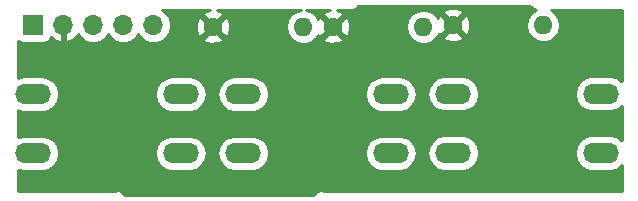
<source format=gbr>
G04 #@! TF.GenerationSoftware,KiCad,Pcbnew,(5.0.1)-4*
G04 #@! TF.CreationDate,2019-01-16T21:10:53-08:00*
G04 #@! TF.ProjectId,SysButtons,537973427574746F6E732E6B69636164,rev?*
G04 #@! TF.SameCoordinates,Original*
G04 #@! TF.FileFunction,Copper,L1,Top,Signal*
G04 #@! TF.FilePolarity,Positive*
%FSLAX46Y46*%
G04 Gerber Fmt 4.6, Leading zero omitted, Abs format (unit mm)*
G04 Created by KiCad (PCBNEW (5.0.1)-4) date 1/16/2019 9:10:53 PM*
%MOMM*%
%LPD*%
G01*
G04 APERTURE LIST*
G04 #@! TA.AperFunction,ComponentPad*
%ADD10R,1.700000X1.700000*%
G04 #@! TD*
G04 #@! TA.AperFunction,ComponentPad*
%ADD11O,1.700000X1.700000*%
G04 #@! TD*
G04 #@! TA.AperFunction,ComponentPad*
%ADD12C,1.600000*%
G04 #@! TD*
G04 #@! TA.AperFunction,ComponentPad*
%ADD13O,1.600000X1.600000*%
G04 #@! TD*
G04 #@! TA.AperFunction,ComponentPad*
%ADD14O,3.048000X1.727200*%
G04 #@! TD*
G04 #@! TA.AperFunction,Conductor*
%ADD15C,0.254000*%
G04 #@! TD*
G04 APERTURE END LIST*
D10*
G04 #@! TO.P,J1,1*
G04 #@! TO.N,+5V*
X105410000Y-99568000D03*
D11*
G04 #@! TO.P,J1,2*
G04 #@! TO.N,GND*
X107950000Y-99568000D03*
G04 #@! TO.P,J1,3*
G04 #@! TO.N,Net-(J1-Pad3)*
X110490000Y-99568000D03*
G04 #@! TO.P,J1,4*
G04 #@! TO.N,Net-(J1-Pad4)*
X113030000Y-99568000D03*
G04 #@! TO.P,J1,5*
G04 #@! TO.N,Net-(J1-Pad5)*
X115570000Y-99568000D03*
G04 #@! TD*
D12*
G04 #@! TO.P,R1,1*
G04 #@! TO.N,GND*
X120650000Y-99695000D03*
D13*
G04 #@! TO.P,R1,2*
G04 #@! TO.N,Net-(J1-Pad3)*
X128270000Y-99695000D03*
G04 #@! TD*
G04 #@! TO.P,R2,2*
G04 #@! TO.N,Net-(J1-Pad4)*
X138430000Y-99695000D03*
D12*
G04 #@! TO.P,R2,1*
G04 #@! TO.N,GND*
X130810000Y-99695000D03*
G04 #@! TD*
G04 #@! TO.P,R3,1*
G04 #@! TO.N,GND*
X140970000Y-99568000D03*
D13*
G04 #@! TO.P,R3,2*
G04 #@! TO.N,Net-(J1-Pad5)*
X148590000Y-99568000D03*
G04 #@! TD*
D14*
G04 #@! TO.P,SW1,1*
G04 #@! TO.N,+5V*
X117910000Y-105410000D03*
G04 #@! TO.P,SW1,2*
G04 #@! TO.N,Net-(J1-Pad3)*
X117910000Y-110410000D03*
G04 #@! TO.P,SW1,1*
G04 #@! TO.N,+5V*
X105410000Y-105410000D03*
G04 #@! TO.P,SW1,2*
G04 #@! TO.N,Net-(J1-Pad3)*
X105410000Y-110410000D03*
G04 #@! TD*
G04 #@! TO.P,SW2,2*
G04 #@! TO.N,Net-(J1-Pad4)*
X123190000Y-110410000D03*
G04 #@! TO.P,SW2,1*
G04 #@! TO.N,+5V*
X123190000Y-105410000D03*
G04 #@! TO.P,SW2,2*
G04 #@! TO.N,Net-(J1-Pad4)*
X135690000Y-110410000D03*
G04 #@! TO.P,SW2,1*
G04 #@! TO.N,+5V*
X135690000Y-105410000D03*
G04 #@! TD*
G04 #@! TO.P,SW3,1*
G04 #@! TO.N,+5V*
X153470000Y-105375001D03*
G04 #@! TO.P,SW3,2*
G04 #@! TO.N,Net-(J1-Pad5)*
X153470000Y-110375001D03*
G04 #@! TO.P,SW3,1*
G04 #@! TO.N,+5V*
X140970000Y-105375001D03*
G04 #@! TO.P,SW3,2*
G04 #@! TO.N,Net-(J1-Pad5)*
X140970000Y-110375001D03*
G04 #@! TD*
D15*
G04 #@! TO.N,GND*
G36*
X147511091Y-98004538D02*
X147552095Y-98065905D01*
X147795217Y-98228354D01*
X147962262Y-98261582D01*
X147555423Y-98533423D01*
X147238260Y-99008091D01*
X147126887Y-99568000D01*
X147238260Y-100127909D01*
X147555423Y-100602577D01*
X148030091Y-100919740D01*
X148448667Y-101003000D01*
X148731333Y-101003000D01*
X149149909Y-100919740D01*
X149624577Y-100602577D01*
X149941740Y-100127909D01*
X150053113Y-99568000D01*
X149941740Y-99008091D01*
X149624577Y-98533423D01*
X149231833Y-98271000D01*
X155221001Y-98271000D01*
X155221001Y-104309792D01*
X155210830Y-104294571D01*
X154715125Y-103963351D01*
X154277998Y-103876401D01*
X152662002Y-103876401D01*
X152224875Y-103963351D01*
X151729170Y-104294571D01*
X151397950Y-104790276D01*
X151281641Y-105375001D01*
X151397950Y-105959726D01*
X151729170Y-106455431D01*
X152224875Y-106786651D01*
X152662002Y-106873601D01*
X154277998Y-106873601D01*
X154715125Y-106786651D01*
X155210830Y-106455431D01*
X155221000Y-106440210D01*
X155221000Y-109309792D01*
X155210830Y-109294571D01*
X154715125Y-108963351D01*
X154277998Y-108876401D01*
X152662002Y-108876401D01*
X152224875Y-108963351D01*
X151729170Y-109294571D01*
X151397950Y-109790276D01*
X151281641Y-110375001D01*
X151397950Y-110959726D01*
X151729170Y-111455431D01*
X152224875Y-111786651D01*
X152662002Y-111873601D01*
X154277998Y-111873601D01*
X154715125Y-111786651D01*
X155210830Y-111455431D01*
X155221000Y-111440210D01*
X155221000Y-113590000D01*
X130010142Y-113590000D01*
X129764047Y-113551201D01*
X129479774Y-113619662D01*
X129303018Y-113748274D01*
X129145425Y-113919000D01*
X113162430Y-113919000D01*
X113036330Y-113769973D01*
X112865288Y-113633854D01*
X112584234Y-113553190D01*
X112293706Y-113586222D01*
X112286886Y-113590000D01*
X104113000Y-113590000D01*
X104113000Y-111786988D01*
X104164875Y-111821650D01*
X104602002Y-111908600D01*
X106217998Y-111908600D01*
X106655125Y-111821650D01*
X107150830Y-111490430D01*
X107482050Y-110994725D01*
X107598359Y-110410000D01*
X115721641Y-110410000D01*
X115837950Y-110994725D01*
X116169170Y-111490430D01*
X116664875Y-111821650D01*
X117102002Y-111908600D01*
X118717998Y-111908600D01*
X119155125Y-111821650D01*
X119650830Y-111490430D01*
X119982050Y-110994725D01*
X120098359Y-110410000D01*
X121001641Y-110410000D01*
X121117950Y-110994725D01*
X121449170Y-111490430D01*
X121944875Y-111821650D01*
X122382002Y-111908600D01*
X123997998Y-111908600D01*
X124435125Y-111821650D01*
X124930830Y-111490430D01*
X125262050Y-110994725D01*
X125378359Y-110410000D01*
X133501641Y-110410000D01*
X133617950Y-110994725D01*
X133949170Y-111490430D01*
X134444875Y-111821650D01*
X134882002Y-111908600D01*
X136497998Y-111908600D01*
X136935125Y-111821650D01*
X137430830Y-111490430D01*
X137762050Y-110994725D01*
X137878359Y-110410000D01*
X137871398Y-110375001D01*
X138781641Y-110375001D01*
X138897950Y-110959726D01*
X139229170Y-111455431D01*
X139724875Y-111786651D01*
X140162002Y-111873601D01*
X141777998Y-111873601D01*
X142215125Y-111786651D01*
X142710830Y-111455431D01*
X143042050Y-110959726D01*
X143158359Y-110375001D01*
X143042050Y-109790276D01*
X142710830Y-109294571D01*
X142215125Y-108963351D01*
X141777998Y-108876401D01*
X140162002Y-108876401D01*
X139724875Y-108963351D01*
X139229170Y-109294571D01*
X138897950Y-109790276D01*
X138781641Y-110375001D01*
X137871398Y-110375001D01*
X137762050Y-109825275D01*
X137430830Y-109329570D01*
X136935125Y-108998350D01*
X136497998Y-108911400D01*
X134882002Y-108911400D01*
X134444875Y-108998350D01*
X133949170Y-109329570D01*
X133617950Y-109825275D01*
X133501641Y-110410000D01*
X125378359Y-110410000D01*
X125262050Y-109825275D01*
X124930830Y-109329570D01*
X124435125Y-108998350D01*
X123997998Y-108911400D01*
X122382002Y-108911400D01*
X121944875Y-108998350D01*
X121449170Y-109329570D01*
X121117950Y-109825275D01*
X121001641Y-110410000D01*
X120098359Y-110410000D01*
X119982050Y-109825275D01*
X119650830Y-109329570D01*
X119155125Y-108998350D01*
X118717998Y-108911400D01*
X117102002Y-108911400D01*
X116664875Y-108998350D01*
X116169170Y-109329570D01*
X115837950Y-109825275D01*
X115721641Y-110410000D01*
X107598359Y-110410000D01*
X107482050Y-109825275D01*
X107150830Y-109329570D01*
X106655125Y-108998350D01*
X106217998Y-108911400D01*
X104602002Y-108911400D01*
X104164875Y-108998350D01*
X104113000Y-109033012D01*
X104113000Y-106786988D01*
X104164875Y-106821650D01*
X104602002Y-106908600D01*
X106217998Y-106908600D01*
X106655125Y-106821650D01*
X107150830Y-106490430D01*
X107482050Y-105994725D01*
X107598359Y-105410000D01*
X115721641Y-105410000D01*
X115837950Y-105994725D01*
X116169170Y-106490430D01*
X116664875Y-106821650D01*
X117102002Y-106908600D01*
X118717998Y-106908600D01*
X119155125Y-106821650D01*
X119650830Y-106490430D01*
X119982050Y-105994725D01*
X120098359Y-105410000D01*
X121001641Y-105410000D01*
X121117950Y-105994725D01*
X121449170Y-106490430D01*
X121944875Y-106821650D01*
X122382002Y-106908600D01*
X123997998Y-106908600D01*
X124435125Y-106821650D01*
X124930830Y-106490430D01*
X125262050Y-105994725D01*
X125378359Y-105410000D01*
X133501641Y-105410000D01*
X133617950Y-105994725D01*
X133949170Y-106490430D01*
X134444875Y-106821650D01*
X134882002Y-106908600D01*
X136497998Y-106908600D01*
X136935125Y-106821650D01*
X137430830Y-106490430D01*
X137762050Y-105994725D01*
X137878359Y-105410000D01*
X137871398Y-105375001D01*
X138781641Y-105375001D01*
X138897950Y-105959726D01*
X139229170Y-106455431D01*
X139724875Y-106786651D01*
X140162002Y-106873601D01*
X141777998Y-106873601D01*
X142215125Y-106786651D01*
X142710830Y-106455431D01*
X143042050Y-105959726D01*
X143158359Y-105375001D01*
X143042050Y-104790276D01*
X142710830Y-104294571D01*
X142215125Y-103963351D01*
X141777998Y-103876401D01*
X140162002Y-103876401D01*
X139724875Y-103963351D01*
X139229170Y-104294571D01*
X138897950Y-104790276D01*
X138781641Y-105375001D01*
X137871398Y-105375001D01*
X137762050Y-104825275D01*
X137430830Y-104329570D01*
X136935125Y-103998350D01*
X136497998Y-103911400D01*
X134882002Y-103911400D01*
X134444875Y-103998350D01*
X133949170Y-104329570D01*
X133617950Y-104825275D01*
X133501641Y-105410000D01*
X125378359Y-105410000D01*
X125262050Y-104825275D01*
X124930830Y-104329570D01*
X124435125Y-103998350D01*
X123997998Y-103911400D01*
X122382002Y-103911400D01*
X121944875Y-103998350D01*
X121449170Y-104329570D01*
X121117950Y-104825275D01*
X121001641Y-105410000D01*
X120098359Y-105410000D01*
X119982050Y-104825275D01*
X119650830Y-104329570D01*
X119155125Y-103998350D01*
X118717998Y-103911400D01*
X117102002Y-103911400D01*
X116664875Y-103998350D01*
X116169170Y-104329570D01*
X115837950Y-104825275D01*
X115721641Y-105410000D01*
X107598359Y-105410000D01*
X107482050Y-104825275D01*
X107150830Y-104329570D01*
X106655125Y-103998350D01*
X106217998Y-103911400D01*
X104602002Y-103911400D01*
X104164875Y-103998350D01*
X104113000Y-104033012D01*
X104113000Y-100883031D01*
X104312235Y-101016157D01*
X104560000Y-101065440D01*
X106260000Y-101065440D01*
X106507765Y-101016157D01*
X106717809Y-100875809D01*
X106858157Y-100665765D01*
X106878739Y-100562292D01*
X107183076Y-100839645D01*
X107593110Y-101009476D01*
X107823000Y-100888155D01*
X107823000Y-99695000D01*
X107803000Y-99695000D01*
X107803000Y-99441000D01*
X107823000Y-99441000D01*
X107823000Y-99421000D01*
X108077000Y-99421000D01*
X108077000Y-99441000D01*
X108097000Y-99441000D01*
X108097000Y-99695000D01*
X108077000Y-99695000D01*
X108077000Y-100888155D01*
X108306890Y-101009476D01*
X108716924Y-100839645D01*
X109145183Y-100449358D01*
X109206157Y-100319522D01*
X109419375Y-100638625D01*
X109910582Y-100966839D01*
X110343744Y-101053000D01*
X110636256Y-101053000D01*
X111069418Y-100966839D01*
X111560625Y-100638625D01*
X111760000Y-100340239D01*
X111959375Y-100638625D01*
X112450582Y-100966839D01*
X112883744Y-101053000D01*
X113176256Y-101053000D01*
X113609418Y-100966839D01*
X114100625Y-100638625D01*
X114300000Y-100340239D01*
X114499375Y-100638625D01*
X114990582Y-100966839D01*
X115423744Y-101053000D01*
X115716256Y-101053000D01*
X116149418Y-100966839D01*
X116544662Y-100702745D01*
X119821861Y-100702745D01*
X119895995Y-100948864D01*
X120433223Y-101141965D01*
X121003454Y-101114778D01*
X121404005Y-100948864D01*
X121478139Y-100702745D01*
X120650000Y-99874605D01*
X119821861Y-100702745D01*
X116544662Y-100702745D01*
X116640625Y-100638625D01*
X116968839Y-100147418D01*
X117084092Y-99568000D01*
X117066235Y-99478223D01*
X119203035Y-99478223D01*
X119230222Y-100048454D01*
X119396136Y-100449005D01*
X119642255Y-100523139D01*
X120470395Y-99695000D01*
X120829605Y-99695000D01*
X121657745Y-100523139D01*
X121903864Y-100449005D01*
X122096965Y-99911777D01*
X122069778Y-99341546D01*
X121903864Y-98940995D01*
X121657745Y-98866861D01*
X120829605Y-99695000D01*
X120470395Y-99695000D01*
X119642255Y-98866861D01*
X119396136Y-98940995D01*
X119203035Y-99478223D01*
X117066235Y-99478223D01*
X116968839Y-98988582D01*
X116640625Y-98497375D01*
X116301831Y-98271000D01*
X120385100Y-98271000D01*
X120296546Y-98275222D01*
X119895995Y-98441136D01*
X119821861Y-98687255D01*
X120650000Y-99515395D01*
X121478139Y-98687255D01*
X121404005Y-98441136D01*
X120930668Y-98271000D01*
X128073366Y-98271000D01*
X127710091Y-98343260D01*
X127235423Y-98660423D01*
X126918260Y-99135091D01*
X126806887Y-99695000D01*
X126918260Y-100254909D01*
X127235423Y-100729577D01*
X127710091Y-101046740D01*
X128128667Y-101130000D01*
X128411333Y-101130000D01*
X128829909Y-101046740D01*
X129304577Y-100729577D01*
X129322505Y-100702745D01*
X129981861Y-100702745D01*
X130055995Y-100948864D01*
X130593223Y-101141965D01*
X131163454Y-101114778D01*
X131564005Y-100948864D01*
X131638139Y-100702745D01*
X130810000Y-99874605D01*
X129981861Y-100702745D01*
X129322505Y-100702745D01*
X129531611Y-100389797D01*
X129556136Y-100449005D01*
X129802255Y-100523139D01*
X130630395Y-99695000D01*
X130989605Y-99695000D01*
X131817745Y-100523139D01*
X132063864Y-100449005D01*
X132256965Y-99911777D01*
X132246630Y-99695000D01*
X136966887Y-99695000D01*
X137078260Y-100254909D01*
X137395423Y-100729577D01*
X137870091Y-101046740D01*
X138288667Y-101130000D01*
X138571333Y-101130000D01*
X138989909Y-101046740D01*
X139464577Y-100729577D01*
X139567364Y-100575745D01*
X140141861Y-100575745D01*
X140215995Y-100821864D01*
X140753223Y-101014965D01*
X141323454Y-100987778D01*
X141724005Y-100821864D01*
X141798139Y-100575745D01*
X140970000Y-99747605D01*
X140141861Y-100575745D01*
X139567364Y-100575745D01*
X139733428Y-100327213D01*
X139962255Y-100396139D01*
X140790395Y-99568000D01*
X141149605Y-99568000D01*
X141977745Y-100396139D01*
X142223864Y-100322005D01*
X142416965Y-99784777D01*
X142389778Y-99214546D01*
X142223864Y-98813995D01*
X141977745Y-98739861D01*
X141149605Y-99568000D01*
X140790395Y-99568000D01*
X139962255Y-98739861D01*
X139716136Y-98813995D01*
X139664038Y-98958937D01*
X139464577Y-98660423D01*
X139314665Y-98560255D01*
X140141861Y-98560255D01*
X140970000Y-99388395D01*
X141798139Y-98560255D01*
X141724005Y-98314136D01*
X141186777Y-98121035D01*
X140616546Y-98148222D01*
X140215995Y-98314136D01*
X140141861Y-98560255D01*
X139314665Y-98560255D01*
X138989909Y-98343260D01*
X138571333Y-98260000D01*
X138288667Y-98260000D01*
X137870091Y-98343260D01*
X137395423Y-98660423D01*
X137078260Y-99135091D01*
X136966887Y-99695000D01*
X132246630Y-99695000D01*
X132229778Y-99341546D01*
X132063864Y-98940995D01*
X131817745Y-98866861D01*
X130989605Y-99695000D01*
X130630395Y-99695000D01*
X129802255Y-98866861D01*
X129556136Y-98940995D01*
X129533720Y-99003359D01*
X129304577Y-98660423D01*
X128829909Y-98343260D01*
X128466634Y-98271000D01*
X130545100Y-98271000D01*
X130456546Y-98275222D01*
X130055995Y-98441136D01*
X129981861Y-98687255D01*
X130810000Y-99515395D01*
X131638139Y-98687255D01*
X131564005Y-98441136D01*
X131090668Y-98271000D01*
X132313995Y-98271000D01*
X132439980Y-98277867D01*
X132528619Y-98246687D01*
X132620783Y-98228354D01*
X132665306Y-98198605D01*
X132715813Y-98180838D01*
X132785771Y-98118113D01*
X132863905Y-98065905D01*
X132934007Y-97960990D01*
X132967000Y-97917000D01*
X147423553Y-97917000D01*
X147511091Y-98004538D01*
X147511091Y-98004538D01*
G37*
X147511091Y-98004538D02*
X147552095Y-98065905D01*
X147795217Y-98228354D01*
X147962262Y-98261582D01*
X147555423Y-98533423D01*
X147238260Y-99008091D01*
X147126887Y-99568000D01*
X147238260Y-100127909D01*
X147555423Y-100602577D01*
X148030091Y-100919740D01*
X148448667Y-101003000D01*
X148731333Y-101003000D01*
X149149909Y-100919740D01*
X149624577Y-100602577D01*
X149941740Y-100127909D01*
X150053113Y-99568000D01*
X149941740Y-99008091D01*
X149624577Y-98533423D01*
X149231833Y-98271000D01*
X155221001Y-98271000D01*
X155221001Y-104309792D01*
X155210830Y-104294571D01*
X154715125Y-103963351D01*
X154277998Y-103876401D01*
X152662002Y-103876401D01*
X152224875Y-103963351D01*
X151729170Y-104294571D01*
X151397950Y-104790276D01*
X151281641Y-105375001D01*
X151397950Y-105959726D01*
X151729170Y-106455431D01*
X152224875Y-106786651D01*
X152662002Y-106873601D01*
X154277998Y-106873601D01*
X154715125Y-106786651D01*
X155210830Y-106455431D01*
X155221000Y-106440210D01*
X155221000Y-109309792D01*
X155210830Y-109294571D01*
X154715125Y-108963351D01*
X154277998Y-108876401D01*
X152662002Y-108876401D01*
X152224875Y-108963351D01*
X151729170Y-109294571D01*
X151397950Y-109790276D01*
X151281641Y-110375001D01*
X151397950Y-110959726D01*
X151729170Y-111455431D01*
X152224875Y-111786651D01*
X152662002Y-111873601D01*
X154277998Y-111873601D01*
X154715125Y-111786651D01*
X155210830Y-111455431D01*
X155221000Y-111440210D01*
X155221000Y-113590000D01*
X130010142Y-113590000D01*
X129764047Y-113551201D01*
X129479774Y-113619662D01*
X129303018Y-113748274D01*
X129145425Y-113919000D01*
X113162430Y-113919000D01*
X113036330Y-113769973D01*
X112865288Y-113633854D01*
X112584234Y-113553190D01*
X112293706Y-113586222D01*
X112286886Y-113590000D01*
X104113000Y-113590000D01*
X104113000Y-111786988D01*
X104164875Y-111821650D01*
X104602002Y-111908600D01*
X106217998Y-111908600D01*
X106655125Y-111821650D01*
X107150830Y-111490430D01*
X107482050Y-110994725D01*
X107598359Y-110410000D01*
X115721641Y-110410000D01*
X115837950Y-110994725D01*
X116169170Y-111490430D01*
X116664875Y-111821650D01*
X117102002Y-111908600D01*
X118717998Y-111908600D01*
X119155125Y-111821650D01*
X119650830Y-111490430D01*
X119982050Y-110994725D01*
X120098359Y-110410000D01*
X121001641Y-110410000D01*
X121117950Y-110994725D01*
X121449170Y-111490430D01*
X121944875Y-111821650D01*
X122382002Y-111908600D01*
X123997998Y-111908600D01*
X124435125Y-111821650D01*
X124930830Y-111490430D01*
X125262050Y-110994725D01*
X125378359Y-110410000D01*
X133501641Y-110410000D01*
X133617950Y-110994725D01*
X133949170Y-111490430D01*
X134444875Y-111821650D01*
X134882002Y-111908600D01*
X136497998Y-111908600D01*
X136935125Y-111821650D01*
X137430830Y-111490430D01*
X137762050Y-110994725D01*
X137878359Y-110410000D01*
X137871398Y-110375001D01*
X138781641Y-110375001D01*
X138897950Y-110959726D01*
X139229170Y-111455431D01*
X139724875Y-111786651D01*
X140162002Y-111873601D01*
X141777998Y-111873601D01*
X142215125Y-111786651D01*
X142710830Y-111455431D01*
X143042050Y-110959726D01*
X143158359Y-110375001D01*
X143042050Y-109790276D01*
X142710830Y-109294571D01*
X142215125Y-108963351D01*
X141777998Y-108876401D01*
X140162002Y-108876401D01*
X139724875Y-108963351D01*
X139229170Y-109294571D01*
X138897950Y-109790276D01*
X138781641Y-110375001D01*
X137871398Y-110375001D01*
X137762050Y-109825275D01*
X137430830Y-109329570D01*
X136935125Y-108998350D01*
X136497998Y-108911400D01*
X134882002Y-108911400D01*
X134444875Y-108998350D01*
X133949170Y-109329570D01*
X133617950Y-109825275D01*
X133501641Y-110410000D01*
X125378359Y-110410000D01*
X125262050Y-109825275D01*
X124930830Y-109329570D01*
X124435125Y-108998350D01*
X123997998Y-108911400D01*
X122382002Y-108911400D01*
X121944875Y-108998350D01*
X121449170Y-109329570D01*
X121117950Y-109825275D01*
X121001641Y-110410000D01*
X120098359Y-110410000D01*
X119982050Y-109825275D01*
X119650830Y-109329570D01*
X119155125Y-108998350D01*
X118717998Y-108911400D01*
X117102002Y-108911400D01*
X116664875Y-108998350D01*
X116169170Y-109329570D01*
X115837950Y-109825275D01*
X115721641Y-110410000D01*
X107598359Y-110410000D01*
X107482050Y-109825275D01*
X107150830Y-109329570D01*
X106655125Y-108998350D01*
X106217998Y-108911400D01*
X104602002Y-108911400D01*
X104164875Y-108998350D01*
X104113000Y-109033012D01*
X104113000Y-106786988D01*
X104164875Y-106821650D01*
X104602002Y-106908600D01*
X106217998Y-106908600D01*
X106655125Y-106821650D01*
X107150830Y-106490430D01*
X107482050Y-105994725D01*
X107598359Y-105410000D01*
X115721641Y-105410000D01*
X115837950Y-105994725D01*
X116169170Y-106490430D01*
X116664875Y-106821650D01*
X117102002Y-106908600D01*
X118717998Y-106908600D01*
X119155125Y-106821650D01*
X119650830Y-106490430D01*
X119982050Y-105994725D01*
X120098359Y-105410000D01*
X121001641Y-105410000D01*
X121117950Y-105994725D01*
X121449170Y-106490430D01*
X121944875Y-106821650D01*
X122382002Y-106908600D01*
X123997998Y-106908600D01*
X124435125Y-106821650D01*
X124930830Y-106490430D01*
X125262050Y-105994725D01*
X125378359Y-105410000D01*
X133501641Y-105410000D01*
X133617950Y-105994725D01*
X133949170Y-106490430D01*
X134444875Y-106821650D01*
X134882002Y-106908600D01*
X136497998Y-106908600D01*
X136935125Y-106821650D01*
X137430830Y-106490430D01*
X137762050Y-105994725D01*
X137878359Y-105410000D01*
X137871398Y-105375001D01*
X138781641Y-105375001D01*
X138897950Y-105959726D01*
X139229170Y-106455431D01*
X139724875Y-106786651D01*
X140162002Y-106873601D01*
X141777998Y-106873601D01*
X142215125Y-106786651D01*
X142710830Y-106455431D01*
X143042050Y-105959726D01*
X143158359Y-105375001D01*
X143042050Y-104790276D01*
X142710830Y-104294571D01*
X142215125Y-103963351D01*
X141777998Y-103876401D01*
X140162002Y-103876401D01*
X139724875Y-103963351D01*
X139229170Y-104294571D01*
X138897950Y-104790276D01*
X138781641Y-105375001D01*
X137871398Y-105375001D01*
X137762050Y-104825275D01*
X137430830Y-104329570D01*
X136935125Y-103998350D01*
X136497998Y-103911400D01*
X134882002Y-103911400D01*
X134444875Y-103998350D01*
X133949170Y-104329570D01*
X133617950Y-104825275D01*
X133501641Y-105410000D01*
X125378359Y-105410000D01*
X125262050Y-104825275D01*
X124930830Y-104329570D01*
X124435125Y-103998350D01*
X123997998Y-103911400D01*
X122382002Y-103911400D01*
X121944875Y-103998350D01*
X121449170Y-104329570D01*
X121117950Y-104825275D01*
X121001641Y-105410000D01*
X120098359Y-105410000D01*
X119982050Y-104825275D01*
X119650830Y-104329570D01*
X119155125Y-103998350D01*
X118717998Y-103911400D01*
X117102002Y-103911400D01*
X116664875Y-103998350D01*
X116169170Y-104329570D01*
X115837950Y-104825275D01*
X115721641Y-105410000D01*
X107598359Y-105410000D01*
X107482050Y-104825275D01*
X107150830Y-104329570D01*
X106655125Y-103998350D01*
X106217998Y-103911400D01*
X104602002Y-103911400D01*
X104164875Y-103998350D01*
X104113000Y-104033012D01*
X104113000Y-100883031D01*
X104312235Y-101016157D01*
X104560000Y-101065440D01*
X106260000Y-101065440D01*
X106507765Y-101016157D01*
X106717809Y-100875809D01*
X106858157Y-100665765D01*
X106878739Y-100562292D01*
X107183076Y-100839645D01*
X107593110Y-101009476D01*
X107823000Y-100888155D01*
X107823000Y-99695000D01*
X107803000Y-99695000D01*
X107803000Y-99441000D01*
X107823000Y-99441000D01*
X107823000Y-99421000D01*
X108077000Y-99421000D01*
X108077000Y-99441000D01*
X108097000Y-99441000D01*
X108097000Y-99695000D01*
X108077000Y-99695000D01*
X108077000Y-100888155D01*
X108306890Y-101009476D01*
X108716924Y-100839645D01*
X109145183Y-100449358D01*
X109206157Y-100319522D01*
X109419375Y-100638625D01*
X109910582Y-100966839D01*
X110343744Y-101053000D01*
X110636256Y-101053000D01*
X111069418Y-100966839D01*
X111560625Y-100638625D01*
X111760000Y-100340239D01*
X111959375Y-100638625D01*
X112450582Y-100966839D01*
X112883744Y-101053000D01*
X113176256Y-101053000D01*
X113609418Y-100966839D01*
X114100625Y-100638625D01*
X114300000Y-100340239D01*
X114499375Y-100638625D01*
X114990582Y-100966839D01*
X115423744Y-101053000D01*
X115716256Y-101053000D01*
X116149418Y-100966839D01*
X116544662Y-100702745D01*
X119821861Y-100702745D01*
X119895995Y-100948864D01*
X120433223Y-101141965D01*
X121003454Y-101114778D01*
X121404005Y-100948864D01*
X121478139Y-100702745D01*
X120650000Y-99874605D01*
X119821861Y-100702745D01*
X116544662Y-100702745D01*
X116640625Y-100638625D01*
X116968839Y-100147418D01*
X117084092Y-99568000D01*
X117066235Y-99478223D01*
X119203035Y-99478223D01*
X119230222Y-100048454D01*
X119396136Y-100449005D01*
X119642255Y-100523139D01*
X120470395Y-99695000D01*
X120829605Y-99695000D01*
X121657745Y-100523139D01*
X121903864Y-100449005D01*
X122096965Y-99911777D01*
X122069778Y-99341546D01*
X121903864Y-98940995D01*
X121657745Y-98866861D01*
X120829605Y-99695000D01*
X120470395Y-99695000D01*
X119642255Y-98866861D01*
X119396136Y-98940995D01*
X119203035Y-99478223D01*
X117066235Y-99478223D01*
X116968839Y-98988582D01*
X116640625Y-98497375D01*
X116301831Y-98271000D01*
X120385100Y-98271000D01*
X120296546Y-98275222D01*
X119895995Y-98441136D01*
X119821861Y-98687255D01*
X120650000Y-99515395D01*
X121478139Y-98687255D01*
X121404005Y-98441136D01*
X120930668Y-98271000D01*
X128073366Y-98271000D01*
X127710091Y-98343260D01*
X127235423Y-98660423D01*
X126918260Y-99135091D01*
X126806887Y-99695000D01*
X126918260Y-100254909D01*
X127235423Y-100729577D01*
X127710091Y-101046740D01*
X128128667Y-101130000D01*
X128411333Y-101130000D01*
X128829909Y-101046740D01*
X129304577Y-100729577D01*
X129322505Y-100702745D01*
X129981861Y-100702745D01*
X130055995Y-100948864D01*
X130593223Y-101141965D01*
X131163454Y-101114778D01*
X131564005Y-100948864D01*
X131638139Y-100702745D01*
X130810000Y-99874605D01*
X129981861Y-100702745D01*
X129322505Y-100702745D01*
X129531611Y-100389797D01*
X129556136Y-100449005D01*
X129802255Y-100523139D01*
X130630395Y-99695000D01*
X130989605Y-99695000D01*
X131817745Y-100523139D01*
X132063864Y-100449005D01*
X132256965Y-99911777D01*
X132246630Y-99695000D01*
X136966887Y-99695000D01*
X137078260Y-100254909D01*
X137395423Y-100729577D01*
X137870091Y-101046740D01*
X138288667Y-101130000D01*
X138571333Y-101130000D01*
X138989909Y-101046740D01*
X139464577Y-100729577D01*
X139567364Y-100575745D01*
X140141861Y-100575745D01*
X140215995Y-100821864D01*
X140753223Y-101014965D01*
X141323454Y-100987778D01*
X141724005Y-100821864D01*
X141798139Y-100575745D01*
X140970000Y-99747605D01*
X140141861Y-100575745D01*
X139567364Y-100575745D01*
X139733428Y-100327213D01*
X139962255Y-100396139D01*
X140790395Y-99568000D01*
X141149605Y-99568000D01*
X141977745Y-100396139D01*
X142223864Y-100322005D01*
X142416965Y-99784777D01*
X142389778Y-99214546D01*
X142223864Y-98813995D01*
X141977745Y-98739861D01*
X141149605Y-99568000D01*
X140790395Y-99568000D01*
X139962255Y-98739861D01*
X139716136Y-98813995D01*
X139664038Y-98958937D01*
X139464577Y-98660423D01*
X139314665Y-98560255D01*
X140141861Y-98560255D01*
X140970000Y-99388395D01*
X141798139Y-98560255D01*
X141724005Y-98314136D01*
X141186777Y-98121035D01*
X140616546Y-98148222D01*
X140215995Y-98314136D01*
X140141861Y-98560255D01*
X139314665Y-98560255D01*
X138989909Y-98343260D01*
X138571333Y-98260000D01*
X138288667Y-98260000D01*
X137870091Y-98343260D01*
X137395423Y-98660423D01*
X137078260Y-99135091D01*
X136966887Y-99695000D01*
X132246630Y-99695000D01*
X132229778Y-99341546D01*
X132063864Y-98940995D01*
X131817745Y-98866861D01*
X130989605Y-99695000D01*
X130630395Y-99695000D01*
X129802255Y-98866861D01*
X129556136Y-98940995D01*
X129533720Y-99003359D01*
X129304577Y-98660423D01*
X128829909Y-98343260D01*
X128466634Y-98271000D01*
X130545100Y-98271000D01*
X130456546Y-98275222D01*
X130055995Y-98441136D01*
X129981861Y-98687255D01*
X130810000Y-99515395D01*
X131638139Y-98687255D01*
X131564005Y-98441136D01*
X131090668Y-98271000D01*
X132313995Y-98271000D01*
X132439980Y-98277867D01*
X132528619Y-98246687D01*
X132620783Y-98228354D01*
X132665306Y-98198605D01*
X132715813Y-98180838D01*
X132785771Y-98118113D01*
X132863905Y-98065905D01*
X132934007Y-97960990D01*
X132967000Y-97917000D01*
X147423553Y-97917000D01*
X147511091Y-98004538D01*
G04 #@! TD*
M02*

</source>
